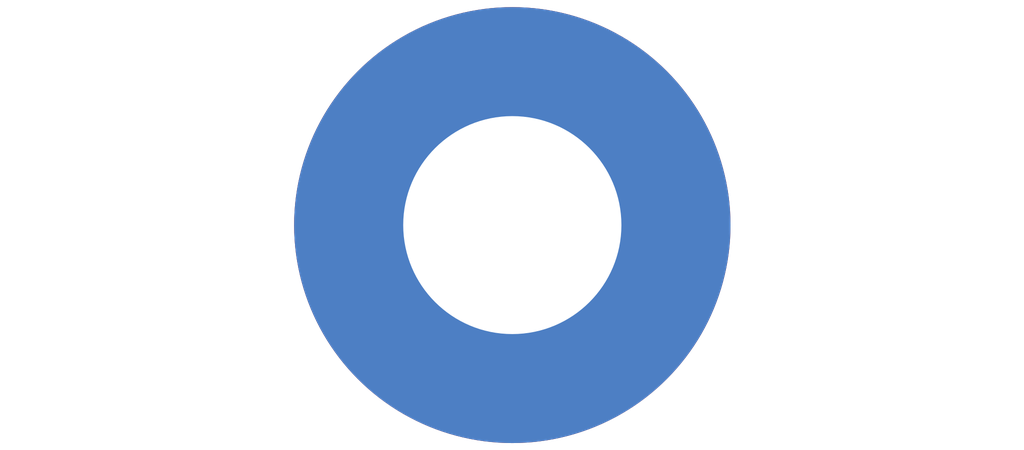
<source format=kicad_pcb>
(kicad_pcb (version 20240108) (generator pcbnew)
  (layers (0 "F.Cu" signal) (31 "B.Cu" signal) (34 "B.Paste" user) (35 "F.Paste" user) (36 "B.SilkS" user "B.Silkscreen") (37 "F.SilkS" user "F.Silkscreen") (38 "B.Mask" user) (39 "F.Mask" user) (44 "Edge.Cuts" user))
  (net 0 "")
  (footprint "MountingHole_8.4mm_M8_Pad_TopBottom" (layer "F.Cu") (at 0 0)
    (property "Reference" "REF**")
    (property "Value" "MountingHole_8.4mm_M8_Pad_TopBottom")
    (pad "1" thru_hole circle (at 0 0) (size 8.8 8.8) (drill 8.4) (layers *.Cu *.Mask) (remove_unused_layers))
    (pad "1" connect circle (at 0 0) (size 16.8 16.8) (layers "F.Cu" "F.Mask"))
    (pad "1" connect circle (at 0 0) (size 16.8 16.8) (layers "B.Cu" "B.Mask"))
  )
)
</source>
